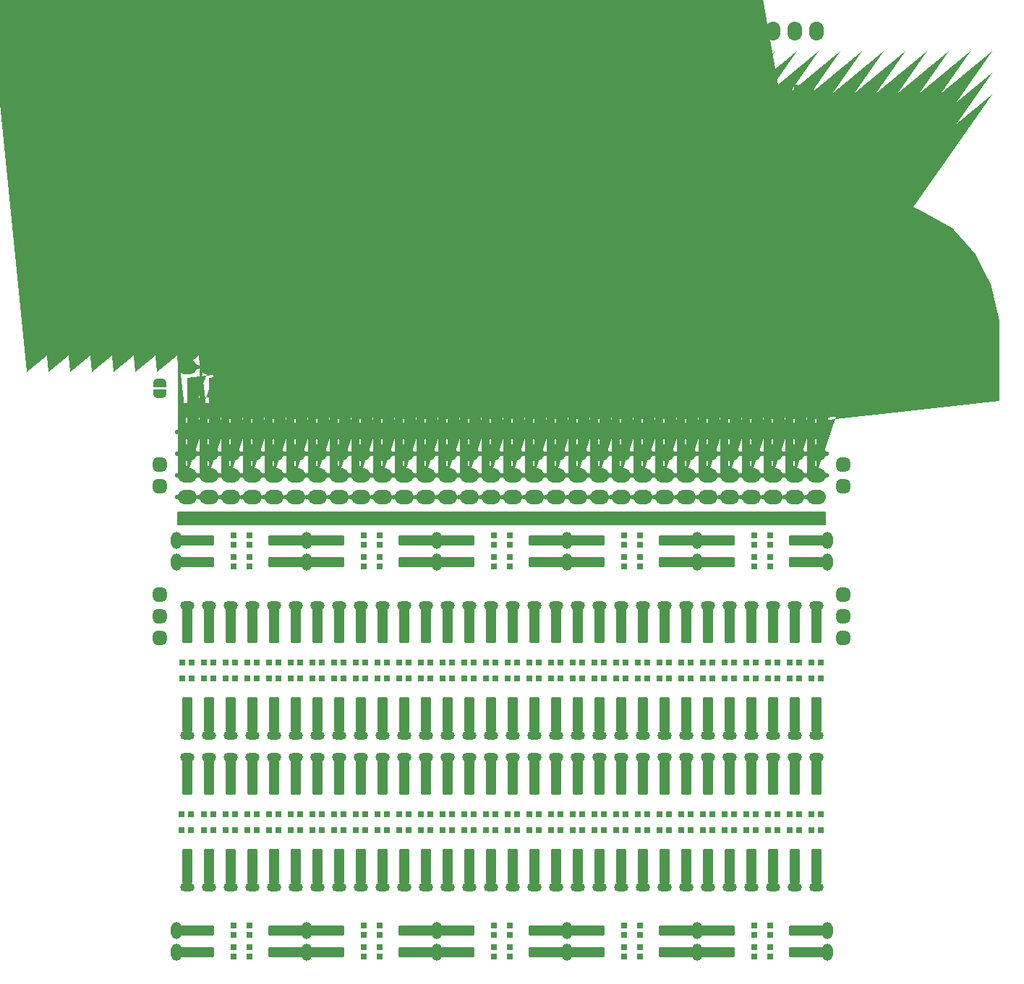
<source format=gts>
%TF.GenerationSoftware,KiCad,Pcbnew,7.0.7*%
%TF.CreationDate,2023-10-12T12:03:03-07:00*%
%TF.ProjectId,JumperLUX,4a756d70-6572-44c5-9558-2e6b69636164,rev?*%
%TF.SameCoordinates,Original*%
%TF.FileFunction,Soldermask,Top*%
%TF.FilePolarity,Negative*%
%FSLAX46Y46*%
G04 Gerber Fmt 4.6, Leading zero omitted, Abs format (unit mm)*
G04 Created by KiCad (PCBNEW 7.0.7) date 2023-10-12 12:03:03*
%MOMM*%
%LPD*%
G01*
G04 APERTURE LIST*
G04 Aperture macros list*
%AMRoundRect*
0 Rectangle with rounded corners*
0 $1 Rounding radius*
0 $2 $3 $4 $5 $6 $7 $8 $9 X,Y pos of 4 corners*
0 Add a 4 corners polygon primitive as box body*
4,1,4,$2,$3,$4,$5,$6,$7,$8,$9,$2,$3,0*
0 Add four circle primitives for the rounded corners*
1,1,$1+$1,$2,$3*
1,1,$1+$1,$4,$5*
1,1,$1+$1,$6,$7*
1,1,$1+$1,$8,$9*
0 Add four rect primitives between the rounded corners*
20,1,$1+$1,$2,$3,$4,$5,0*
20,1,$1+$1,$4,$5,$6,$7,0*
20,1,$1+$1,$6,$7,$8,$9,0*
20,1,$1+$1,$8,$9,$2,$3,0*%
%AMFreePoly0*
4,1,39,0.250000,0.845344,0.338849,0.845344,0.512664,0.808398,0.675000,0.736122,0.818761,0.631673,0.937664,0.499617,1.026514,0.345726,1.081425,0.176725,1.100000,0.000000,1.081425,-0.176725,1.026514,-0.345726,0.937664,-0.499617,0.818761,-0.631673,0.675000,-0.736122,0.512664,-0.808398,0.338849,-0.845344,0.250000,-0.845344,0.250000,-0.850000,-0.250000,-0.850000,-0.250000,-0.845344,
-0.338849,-0.845344,-0.512664,-0.808398,-0.675000,-0.736122,-0.818761,-0.631673,-0.937664,-0.499617,-1.026514,-0.345726,-1.081425,-0.176725,-1.100000,0.000000,-1.081425,0.176725,-1.026514,0.345726,-0.937664,0.499617,-0.818761,0.631673,-0.675000,0.736122,-0.512664,0.808398,-0.338849,0.845344,-0.250000,0.845344,-0.250000,0.850000,0.250000,0.850000,0.250000,0.845344,0.250000,0.845344,
$1*%
%AMFreePoly1*
4,1,59,0.250000,0.845344,0.338849,0.845344,0.512664,0.808398,0.675000,0.736122,0.818761,0.631673,0.937664,0.499617,1.012030,0.370812,1.075002,0.307840,1.175960,0.250000,1.210000,0.250000,1.305671,0.230970,1.386777,0.176777,1.440970,0.095671,1.460000,0.000000,1.440970,-0.095671,1.386777,-0.176777,1.305671,-0.230970,1.210000,-0.250000,1.175960,-0.250000,1.075002,-0.307840,
1.012030,-0.370812,0.937664,-0.499617,0.818761,-0.631673,0.675000,-0.736122,0.512664,-0.808398,0.338849,-0.845344,0.250000,-0.845344,0.250000,-0.850000,-0.250000,-0.850000,-0.250000,-0.845344,-0.338849,-0.845344,-0.512664,-0.808398,-0.675000,-0.736122,-0.818761,-0.631673,-0.937664,-0.499617,-1.012030,-0.370812,-1.075001,-0.307840,-1.175960,-0.250000,-1.210000,-0.250000,-1.305671,-0.230970,
-1.386777,-0.176777,-1.440970,-0.095671,-1.460000,0.000000,-1.440970,0.095671,-1.386777,0.176777,-1.305671,0.230970,-1.210000,0.250000,-1.175960,0.250000,-1.075001,0.307840,-1.012030,0.370812,-0.937664,0.499617,-0.818761,0.631673,-0.675000,0.736122,-0.512664,0.808398,-0.338849,0.845344,-0.250000,0.845344,-0.250000,0.850000,0.250000,0.850000,0.250000,0.845344,0.250000,0.845344,
$1*%
%AMFreePoly2*
4,1,19,0.500000,-0.750000,0.000000,-0.750000,0.000000,-0.744911,-0.071157,-0.744911,-0.207708,-0.704816,-0.327430,-0.627875,-0.420627,-0.520320,-0.479746,-0.390866,-0.500000,-0.250000,-0.500000,0.250000,-0.479746,0.390866,-0.420627,0.520320,-0.327430,0.627875,-0.207708,0.704816,-0.071157,0.744911,0.000000,0.744911,0.000000,0.750000,0.500000,0.750000,0.500000,-0.750000,0.500000,-0.750000,
$1*%
%AMFreePoly3*
4,1,19,0.000000,0.744911,0.071157,0.744911,0.207708,0.704816,0.327430,0.627875,0.420627,0.520320,0.479746,0.390866,0.500000,0.250000,0.500000,-0.250000,0.479746,-0.390866,0.420627,-0.520320,0.327430,-0.627875,0.207708,-0.704816,0.071157,-0.744911,0.000000,-0.744911,0.000000,-0.750000,-0.500000,-0.750000,-0.500000,0.750000,0.000000,0.750000,0.000000,0.744911,0.000000,0.744911,
$1*%
%AMFreePoly4*
4,1,49,0.250000,0.845344,0.338849,0.845344,0.512664,0.808398,0.675000,0.736122,0.818761,0.631673,0.937664,0.499617,1.012030,0.370812,1.075002,0.307840,1.175960,0.250000,1.210000,0.250000,1.305671,0.230970,1.386777,0.176777,1.440970,0.095671,1.460000,0.000000,1.440970,-0.095671,1.386777,-0.176777,1.305671,-0.230970,1.210000,-0.250000,1.175960,-0.250000,1.075002,-0.307840,
1.012030,-0.370812,0.937664,-0.499617,0.818761,-0.631673,0.675000,-0.736122,0.512664,-0.808398,0.338849,-0.845344,0.250000,-0.845344,0.250000,-0.850000,-0.250000,-0.850000,-0.250000,-0.845344,-0.338849,-0.845344,-0.512664,-0.808398,-0.675000,-0.736122,-0.818761,-0.631673,-0.937664,-0.499617,-1.026514,-0.345726,-1.081425,-0.176725,-1.100000,0.000000,-1.081425,0.176725,-1.026514,0.345726,
-0.937664,0.499617,-0.818761,0.631673,-0.675000,0.736122,-0.512664,0.808398,-0.338849,0.845344,-0.250000,0.845344,-0.250000,0.850000,0.250000,0.850000,0.250000,0.845344,0.250000,0.845344,$1*%
%AMFreePoly5*
4,1,49,0.250000,0.845344,0.338849,0.845344,0.512664,0.808398,0.675000,0.736122,0.818761,0.631673,0.937664,0.499617,1.026514,0.345726,1.081425,0.176725,1.100000,0.000000,1.081425,-0.176725,1.026514,-0.345726,0.937664,-0.499617,0.818761,-0.631673,0.675000,-0.736122,0.512664,-0.808398,0.338849,-0.845344,0.250000,-0.845344,0.250000,-0.850000,-0.250000,-0.850000,-0.250000,-0.845344,
-0.338849,-0.845344,-0.512664,-0.808398,-0.675000,-0.736122,-0.818761,-0.631673,-0.937664,-0.499617,-1.012030,-0.370812,-1.075001,-0.307840,-1.175960,-0.250000,-1.210000,-0.250000,-1.305671,-0.230970,-1.386777,-0.176777,-1.440970,-0.095671,-1.460000,0.000000,-1.440970,0.095671,-1.386777,0.176777,-1.305671,0.230970,-1.210000,0.250000,-1.175960,0.250000,-1.075001,0.307840,-1.012030,0.370812,
-0.937664,0.499617,-0.818761,0.631673,-0.675000,0.736122,-0.512664,0.808398,-0.338849,0.845344,-0.250000,0.845344,-0.250000,0.850000,0.250000,0.850000,0.250000,0.845344,0.250000,0.845344,$1*%
G04 Aperture macros list end*
%ADD10C,0.150000*%
%ADD11C,0.500000*%
%ADD12R,0.700000X0.700000*%
%ADD13FreePoly0,270.000000*%
%ADD14RoundRect,0.595000X-0.255000X-0.255000X0.255000X-0.255000X0.255000X0.255000X-0.255000X0.255000X0*%
%ADD15FreePoly1,90.000000*%
%ADD16FreePoly2,90.000000*%
%ADD17FreePoly3,90.000000*%
%ADD18FreePoly4,270.000000*%
%ADD19RoundRect,0.062500X-0.220971X-0.309359X0.309359X0.220971X0.220971X0.309359X-0.309359X-0.220971X0*%
%ADD20RoundRect,0.062500X2.165515X-2.253903X2.253903X-2.165515X-2.165515X2.253903X-2.253903X2.165515X0*%
%ADD21RoundRect,0.062500X1.988738X-2.077126X2.077126X-1.988738X-1.988738X2.077126X-2.077126X1.988738X0*%
%ADD22RoundRect,0.062500X1.811961X-1.900349X1.900349X-1.811961X-1.811961X1.900349X-1.900349X1.811961X0*%
%ADD23RoundRect,0.062500X1.635184X-1.723573X1.723573X-1.635184X-1.635184X1.723573X-1.723573X1.635184X0*%
%ADD24RoundRect,0.062500X1.458408X-1.546796X1.546796X-1.458408X-1.458408X1.546796X-1.546796X1.458408X0*%
%ADD25RoundRect,0.062500X1.281631X-1.370019X1.370019X-1.281631X-1.281631X1.370019X-1.370019X1.281631X0*%
%ADD26RoundRect,0.062500X1.104854X-1.193243X1.193243X-1.104854X-1.104854X1.193243X-1.193243X1.104854X0*%
%ADD27RoundRect,0.062500X0.928078X-1.016466X1.016466X-0.928078X-0.928078X1.016466X-1.016466X0.928078X0*%
%ADD28RoundRect,0.062500X0.751301X-0.839689X0.839689X-0.751301X-0.751301X0.839689X-0.839689X0.751301X0*%
%ADD29RoundRect,0.062500X0.574524X-0.662913X0.662913X-0.574524X-0.574524X0.662913X-0.662913X0.574524X0*%
%ADD30RoundRect,0.062500X0.397748X-0.486136X0.486136X-0.397748X-0.397748X0.486136X-0.486136X0.397748X0*%
%ADD31RoundRect,0.062500X0.220971X-0.309359X0.309359X-0.220971X-0.220971X0.309359X-0.309359X0.220971X0*%
%ADD32RoundRect,0.062500X-0.397748X-0.486136X0.486136X0.397748X0.397748X0.486136X-0.486136X-0.397748X0*%
%ADD33RoundRect,0.062500X-0.574524X-0.662913X0.662913X0.574524X0.574524X0.662913X-0.662913X-0.574524X0*%
%ADD34RoundRect,0.062500X-0.751301X-0.839689X0.839689X0.751301X0.751301X0.839689X-0.839689X-0.751301X0*%
%ADD35RoundRect,0.062500X-0.928078X-1.016466X1.016466X0.928078X0.928078X1.016466X-1.016466X-0.928078X0*%
%ADD36RoundRect,0.062500X-1.104854X-1.193243X1.193243X1.104854X1.104854X1.193243X-1.193243X-1.104854X0*%
%ADD37RoundRect,0.062500X-1.281631X-1.370019X1.370019X1.281631X1.281631X1.370019X-1.370019X-1.281631X0*%
%ADD38RoundRect,0.062500X-1.458408X-1.546796X1.546796X1.458408X1.458408X1.546796X-1.546796X-1.458408X0*%
%ADD39RoundRect,0.062500X-1.635184X-1.723573X1.723573X1.635184X1.635184X1.723573X-1.723573X-1.635184X0*%
%ADD40RoundRect,0.062500X-1.811961X-1.900349X1.900349X1.811961X1.811961X1.900349X-1.900349X-1.811961X0*%
%ADD41RoundRect,0.062500X-1.988738X-2.077126X2.077126X1.988738X1.988738X2.077126X-2.077126X-1.988738X0*%
%ADD42RoundRect,0.062500X-2.165515X-2.253903X2.253903X2.165515X2.165515X2.253903X-2.253903X-2.165515X0*%
%ADD43FreePoly5,90.000000*%
%ADD44FreePoly2,270.000000*%
%ADD45FreePoly3,270.000000*%
%ADD46RoundRect,0.087500X-0.287262X-0.411006X0.411006X0.287262X0.287262X0.411006X-0.411006X-0.287262X0*%
%ADD47RoundRect,0.087500X2.894718X-3.018462X3.018462X-2.894718X-2.894718X3.018462X-3.018462X2.894718X0*%
%ADD48RoundRect,0.087500X2.664909X-2.788652X2.788652X-2.664909X-2.664909X2.788652X-2.788652X2.664909X0*%
%ADD49RoundRect,0.087500X2.435099X-2.558843X2.558843X-2.435099X-2.435099X2.558843X-2.558843X2.435099X0*%
%ADD50RoundRect,0.087500X2.205289X-2.329033X2.329033X-2.205289X-2.205289X2.329033X-2.329033X2.205289X0*%
%ADD51RoundRect,0.087500X1.975480X-2.099223X2.099223X-1.975480X-1.975480X2.099223X-2.099223X1.975480X0*%
%ADD52RoundRect,0.087500X1.745670X-1.869414X1.869414X-1.745670X-1.745670X1.869414X-1.869414X1.745670X0*%
%ADD53RoundRect,0.087500X1.515860X-1.639604X1.639604X-1.515860X-1.515860X1.639604X-1.639604X1.515860X0*%
%ADD54RoundRect,0.087500X1.286050X-1.409794X1.409794X-1.286050X-1.286050X1.409794X-1.409794X1.286050X0*%
%ADD55RoundRect,0.087500X1.056241X-1.179984X1.179984X-1.056241X-1.056241X1.179984X-1.179984X1.056241X0*%
%ADD56RoundRect,0.087500X0.826431X-0.950175X0.950175X-0.826431X-0.826431X0.950175X-0.950175X0.826431X0*%
%ADD57RoundRect,0.087500X0.596621X-0.720365X0.720365X-0.596621X-0.596621X0.720365X-0.720365X0.596621X0*%
%ADD58RoundRect,0.087500X0.366812X-0.490555X0.490555X-0.366812X-0.366812X0.490555X-0.490555X0.366812X0*%
%ADD59RoundRect,0.087500X0.167938X-0.291682X0.291682X-0.167938X-0.167938X0.291682X-0.291682X0.167938X0*%
%ADD60RoundRect,0.087500X-0.167938X-0.291682X0.291682X0.167938X0.167938X0.291682X-0.291682X-0.167938X0*%
%ADD61RoundRect,0.087500X-0.366812X-0.490555X0.490555X0.366812X0.366812X0.490555X-0.490555X-0.366812X0*%
%ADD62RoundRect,0.087500X-0.596621X-0.720365X0.720365X0.596621X0.596621X0.720365X-0.720365X-0.596621X0*%
%ADD63RoundRect,0.087500X-0.826431X-0.950175X0.950175X0.826431X0.826431X0.950175X-0.950175X-0.826431X0*%
%ADD64RoundRect,0.087500X-1.056241X-1.179984X1.179984X1.056241X1.056241X1.179984X-1.179984X-1.056241X0*%
%ADD65RoundRect,0.087500X-1.286050X-1.409794X1.409794X1.286050X1.286050X1.409794X-1.409794X-1.286050X0*%
%ADD66RoundRect,0.087500X-1.515860X-1.639604X1.639604X1.515860X1.515860X1.639604X-1.639604X-1.515860X0*%
%ADD67RoundRect,0.087500X-1.745670X-1.869414X1.869414X1.745670X1.745670X1.869414X-1.869414X-1.745670X0*%
%ADD68RoundRect,0.087500X-1.975480X-2.099223X2.099223X1.975480X1.975480X2.099223X-2.099223X-1.975480X0*%
%ADD69RoundRect,0.087500X-2.205289X-2.329033X2.329033X2.205289X2.205289X2.329033X-2.329033X-2.205289X0*%
%ADD70RoundRect,0.087500X-2.435099X-2.558843X2.558843X2.435099X2.435099X2.558843X-2.558843X-2.435099X0*%
%ADD71RoundRect,0.087500X-2.664909X-2.788652X2.788652X2.664909X2.664909X2.788652X-2.788652X-2.664909X0*%
%ADD72RoundRect,0.087500X-2.894718X-3.018462X3.018462X2.894718X2.894718X3.018462X-3.018462X-2.894718X0*%
%ADD73RoundRect,0.087500X0.411006X-0.287262X-0.287262X0.411006X-0.411006X0.287262X0.287262X-0.411006X0*%
%ADD74RoundRect,0.087500X0.287262X-0.411006X0.411006X-0.287262X-0.287262X0.411006X-0.411006X0.287262X0*%
%ADD75RoundRect,0.050000X-0.238649X-0.309359X0.309359X0.238649X0.238649X0.309359X-0.309359X-0.238649X0*%
%ADD76RoundRect,0.050000X-0.309359X-0.380070X0.380070X0.309359X0.309359X0.380070X-0.380070X-0.309359X0*%
%ADD77RoundRect,0.050000X-0.450781X-0.521491X0.521491X0.450781X0.450781X0.521491X-0.521491X-0.450781X0*%
%ADD78RoundRect,0.050000X0.238649X-0.309359X0.309359X-0.238649X-0.238649X0.309359X-0.309359X0.238649X0*%
%ADD79RoundRect,0.050000X0.309359X-0.380070X0.380070X-0.309359X-0.309359X0.380070X-0.380070X0.309359X0*%
%ADD80RoundRect,0.050000X0.450781X-0.521491X0.521491X-0.450781X-0.450781X0.521491X-0.521491X0.450781X0*%
%ADD81RoundRect,0.144000X0.000000X-2.059095X2.059095X0.000000X0.000000X2.059095X-2.059095X0.000000X0*%
%ADD82FreePoly1,270.000000*%
%ADD83FreePoly4,90.000000*%
%ADD84RoundRect,0.120000X1.880000X-0.480000X1.880000X0.480000X-1.880000X0.480000X-1.880000X-0.480000X0*%
%ADD85O,1.300000X2.000000*%
%ADD86RoundRect,0.120000X-1.880000X0.480000X-1.880000X-0.480000X1.880000X-0.480000X1.880000X0.480000X0*%
%ADD87RoundRect,0.120000X-0.480000X-1.880000X0.480000X-1.880000X0.480000X1.880000X-0.480000X1.880000X0*%
%ADD88O,1.700000X1.000000*%
%ADD89RoundRect,0.125000X0.125000X-2.510250X0.125000X2.510250X-0.125000X2.510250X-0.125000X-2.510250X0*%
%ADD90RoundRect,0.087500X0.087500X-2.547750X0.087500X2.547750X-0.087500X2.547750X-0.087500X-2.547750X0*%
%ADD91RoundRect,0.137500X-0.380070X-0.574524X0.574524X0.380070X0.380070X0.574524X-0.574524X-0.380070X0*%
%ADD92RoundRect,0.137500X3.482501X-3.676955X3.676955X-3.482501X-3.482501X3.676955X-3.676955X3.482501X0*%
%ADD93RoundRect,0.137500X3.199658X-3.394113X3.394113X-3.199658X-3.199658X3.394113X-3.394113X3.199658X0*%
%ADD94RoundRect,0.137500X2.916815X-3.111270X3.111270X-2.916815X-2.916815X3.111270X-3.111270X2.916815X0*%
%ADD95RoundRect,0.137500X2.633973X-2.828427X2.828427X-2.633973X-2.633973X2.828427X-2.828427X2.633973X0*%
%ADD96RoundRect,0.137500X2.351130X-2.545584X2.545584X-2.351130X-2.351130X2.545584X-2.545584X2.351130X0*%
%ADD97RoundRect,0.137500X2.068287X-2.262742X2.262742X-2.068287X-2.068287X2.262742X-2.262742X2.068287X0*%
%ADD98RoundRect,0.137500X1.785445X-1.979899X1.979899X-1.785445X-1.785445X1.979899X-1.979899X1.785445X0*%
%ADD99RoundRect,0.137500X1.502602X-1.697056X1.697056X-1.502602X-1.502602X1.697056X-1.697056X1.502602X0*%
%ADD100RoundRect,0.137500X1.219759X-1.414214X1.414214X-1.219759X-1.219759X1.414214X-1.414214X1.219759X0*%
%ADD101RoundRect,0.137500X0.936916X-1.131371X1.131371X-0.936916X-0.936916X1.131371X-1.131371X0.936916X0*%
%ADD102RoundRect,0.137500X0.654074X-0.848528X0.848528X-0.654074X-0.654074X0.848528X-0.848528X0.654074X0*%
%ADD103RoundRect,0.137500X0.371231X-0.565685X0.565685X-0.371231X-0.371231X0.565685X-0.565685X0.371231X0*%
%ADD104RoundRect,0.137500X-0.371231X-0.565685X0.565685X0.371231X0.371231X0.565685X-0.565685X-0.371231X0*%
%ADD105RoundRect,0.137500X-0.654074X-0.848528X0.848528X0.654074X0.654074X0.848528X-0.848528X-0.654074X0*%
%ADD106RoundRect,0.137500X-0.936916X-1.131371X1.131371X0.936916X0.936916X1.131371X-1.131371X-0.936916X0*%
%ADD107RoundRect,0.137500X-1.219759X-1.414214X1.414214X1.219759X1.219759X1.414214X-1.414214X-1.219759X0*%
%ADD108RoundRect,0.137500X-1.502602X-1.697056X1.697056X1.502602X1.502602X1.697056X-1.697056X-1.502602X0*%
%ADD109RoundRect,0.137500X-1.785445X-1.979899X1.979899X1.785445X1.785445X1.979899X-1.979899X-1.785445X0*%
%ADD110RoundRect,0.137500X-2.068287X-2.262742X2.262742X2.068287X2.068287X2.262742X-2.262742X-2.068287X0*%
%ADD111RoundRect,0.137500X-2.351130X-2.545584X2.545584X2.351130X2.351130X2.545584X-2.545584X-2.351130X0*%
%ADD112RoundRect,0.137500X-2.633973X-2.828427X2.828427X2.633973X2.633973X2.828427X-2.828427X-2.633973X0*%
%ADD113RoundRect,0.137500X-2.916815X-3.111270X3.111270X2.916815X2.916815X3.111270X-3.111270X-2.916815X0*%
%ADD114RoundRect,0.137500X-3.199658X-3.394113X3.394113X3.199658X3.199658X3.394113X-3.394113X-3.199658X0*%
%ADD115RoundRect,0.137500X-3.482501X-3.676955X3.676955X3.482501X3.482501X3.676955X-3.676955X-3.482501X0*%
%ADD116RoundRect,0.137500X0.380070X-0.574524X0.574524X-0.380070X-0.380070X0.574524X-0.574524X0.380070X0*%
%ADD117FreePoly5,270.000000*%
%ADD118FreePoly0,90.000000*%
G04 APERTURE END LIST*
D10*
X65608200Y-132588000D02*
X141376400Y-132588000D01*
X141376400Y-134035800D01*
X65608200Y-134035800D01*
X65608200Y-132588000D01*
G36*
X65608200Y-132588000D02*
G01*
X141376400Y-132588000D01*
X141376400Y-134035800D01*
X65608200Y-134035800D01*
X65608200Y-132588000D01*
G37*
D11*
%TO.C,REF\u002A\u002A*%
X140335000Y-133350000D03*
%TD*%
D12*
%TO.C,D45*%
X101643000Y-169825600D03*
X102743000Y-169825600D03*
X102743000Y-167995600D03*
X101643000Y-167995600D03*
%TD*%
D11*
%TO.C,REF\u002A\u002A*%
X125095000Y-103505000D03*
%TD*%
D12*
%TO.C,D71*%
X134900000Y-184700000D03*
X134900000Y-183600000D03*
X133070000Y-183600000D03*
X133070000Y-184700000D03*
%TD*%
%TO.C,D89*%
X134900000Y-136440000D03*
X134900000Y-135340000D03*
X133070000Y-135340000D03*
X133070000Y-136440000D03*
%TD*%
D13*
%TO.C,J17*%
X140360400Y-76200000D03*
X137820400Y-76200000D03*
X135280400Y-76200000D03*
X132740400Y-76200000D03*
X130200400Y-76200000D03*
X127660400Y-76200000D03*
X125120400Y-76200000D03*
X122580400Y-76200000D03*
X120040400Y-76200000D03*
X117500400Y-76200000D03*
X114960400Y-76200000D03*
X112420400Y-76200000D03*
X109880400Y-76200000D03*
X107340400Y-76200000D03*
X104800400Y-76200000D03*
X102260400Y-76200000D03*
X99720400Y-76200000D03*
X97180400Y-76200000D03*
X94640400Y-76200000D03*
X92100400Y-76200000D03*
X89560400Y-76200000D03*
X87020400Y-76200000D03*
X84480400Y-76200000D03*
X81940400Y-76200000D03*
X79400400Y-76200000D03*
X76860400Y-76200000D03*
X74320400Y-76200000D03*
X71780400Y-76200000D03*
X69240400Y-76200000D03*
X66700400Y-76200000D03*
%TD*%
D11*
%TO.C,REF\u002A\u002A*%
X113665000Y-103505000D03*
%TD*%
%TO.C,REF\u002A\u002A*%
X67945000Y-133350000D03*
%TD*%
%TO.C,REF\u002A\u002A*%
X100965000Y-103505000D03*
%TD*%
D12*
%TO.C,D32*%
X68606400Y-169823800D03*
X69706400Y-169823800D03*
X69706400Y-167993800D03*
X68606400Y-167993800D03*
%TD*%
D11*
%TO.C,REF\u002A\u002A*%
X102235000Y-103505000D03*
%TD*%
D12*
%TO.C,D77*%
X89180000Y-182160000D03*
X89180000Y-181060000D03*
X87350000Y-181060000D03*
X87350000Y-182160000D03*
%TD*%
D11*
%TO.C,REF\u002A\u002A*%
X107315000Y-133350000D03*
%TD*%
%TO.C,REF\u002A\u002A*%
X137795000Y-133350000D03*
%TD*%
D14*
%TO.C,TP25*%
X63500000Y-106680000D03*
%TD*%
D11*
%TO.C,REF\u002A\u002A*%
X98425000Y-133350000D03*
%TD*%
D12*
%TO.C,D40*%
X88926400Y-169823800D03*
X90026400Y-169823800D03*
X90026400Y-167993800D03*
X88926400Y-167993800D03*
%TD*%
%TO.C,D83*%
X89180000Y-138980000D03*
X89180000Y-137880000D03*
X87350000Y-137880000D03*
X87350000Y-138980000D03*
%TD*%
D11*
%TO.C,REF\u002A\u002A*%
X92075000Y-103505000D03*
%TD*%
D15*
%TO.C,J2*%
X66675000Y-107950001D03*
X69215000Y-107950001D03*
X71755000Y-107950001D03*
X74295000Y-107950001D03*
X76835000Y-107950001D03*
X79375000Y-107950001D03*
X81915000Y-107950001D03*
X84455000Y-107950001D03*
X86995000Y-107950001D03*
X89535000Y-107950001D03*
X92075000Y-107950001D03*
X94615000Y-107950001D03*
X97155000Y-107950001D03*
X99695000Y-107950001D03*
X102235000Y-107950001D03*
X104775000Y-107950001D03*
X107315000Y-107950001D03*
X109855000Y-107950001D03*
X112395000Y-107950001D03*
X114935000Y-107950001D03*
X117475000Y-107950001D03*
X120015000Y-107950001D03*
X122555000Y-107950001D03*
X125095000Y-107950001D03*
X127635000Y-107950001D03*
X130175000Y-107950001D03*
X132715000Y-107950001D03*
X135255000Y-107950001D03*
X137795000Y-107950001D03*
X140335000Y-107950001D03*
%TD*%
D11*
%TO.C,REF\u002A\u002A*%
X137795000Y-103505000D03*
%TD*%
%TO.C,REF\u002A\u002A*%
X102235000Y-133350000D03*
%TD*%
D16*
%TO.C,JP1*%
X143510000Y-118760000D03*
D17*
X143510000Y-117460000D03*
%TD*%
D12*
%TO.C,D44*%
X99103000Y-169825600D03*
X100203000Y-169825600D03*
X100203000Y-167995600D03*
X99103000Y-167995600D03*
%TD*%
%TO.C,D84*%
X89180000Y-136440000D03*
X89180000Y-135340000D03*
X87350000Y-135340000D03*
X87350000Y-136440000D03*
%TD*%
D14*
%TO.C,TP24*%
X143510000Y-106680000D03*
%TD*%
D18*
%TO.C,J6*%
X140335000Y-120650000D03*
X137795000Y-120650000D03*
X135255000Y-120650000D03*
X132715000Y-120650000D03*
X130175000Y-120650000D03*
X127635000Y-120650000D03*
X125095000Y-120650000D03*
X122555000Y-120650000D03*
X120015000Y-120650000D03*
X117475000Y-120650000D03*
X114935000Y-120650000D03*
X112395000Y-120650000D03*
X109855000Y-120650000D03*
X107315000Y-120650000D03*
X104775000Y-120650000D03*
X102235000Y-120650000D03*
X99695000Y-120650000D03*
X97155000Y-120650000D03*
X94615000Y-120650000D03*
X92075000Y-120650000D03*
X89535000Y-120650000D03*
X86995000Y-120650000D03*
X84455000Y-120650000D03*
X81915000Y-120650000D03*
X79375000Y-120650000D03*
X76835000Y-120650000D03*
X74295000Y-120650000D03*
X71755000Y-120650000D03*
X69215000Y-120650000D03*
X66675000Y-120650000D03*
%TD*%
D12*
%TO.C,D56*%
X129607400Y-169824400D03*
X130707400Y-169824400D03*
X130707400Y-167994400D03*
X129607400Y-167994400D03*
%TD*%
%TO.C,D13*%
X96612800Y-152045600D03*
X97712800Y-152045600D03*
X97712800Y-150215600D03*
X96612800Y-150215600D03*
%TD*%
D11*
%TO.C,REF\u002A\u002A*%
X140335000Y-103505000D03*
%TD*%
D12*
%TO.C,D27*%
X132180600Y-152044400D03*
X133280600Y-152044400D03*
X133280600Y-150214400D03*
X132180600Y-150214400D03*
%TD*%
D11*
%TO.C,REF\u002A\u002A*%
X123825000Y-133350000D03*
%TD*%
D12*
%TO.C,D4*%
X73736200Y-152045000D03*
X74836200Y-152045000D03*
X74836200Y-150215000D03*
X73736200Y-150215000D03*
%TD*%
%TO.C,D2*%
X68656200Y-152045000D03*
X69756200Y-152045000D03*
X69756200Y-150215000D03*
X68656200Y-150215000D03*
%TD*%
%TO.C,D16*%
X104232800Y-152045600D03*
X105332800Y-152045600D03*
X105332800Y-150215600D03*
X104232800Y-150215600D03*
%TD*%
D11*
%TO.C,REF\u002A\u002A*%
X85725000Y-103505000D03*
%TD*%
D12*
%TO.C,D55*%
X127067400Y-169824400D03*
X128167400Y-169824400D03*
X128167400Y-167994400D03*
X127067400Y-167994400D03*
%TD*%
D19*
%TO.C,J12*%
X78446730Y-89058449D03*
X78800283Y-89412002D03*
X79153837Y-89765556D03*
X79507390Y-90119109D03*
X79860944Y-90472662D03*
X80214497Y-90826216D03*
X80568050Y-91179769D03*
X80921604Y-91533323D03*
X81275157Y-91886876D03*
X81628711Y-92240429D03*
X81982264Y-92593983D03*
X82335817Y-92947536D03*
X82689371Y-93301090D03*
X83042924Y-93654643D03*
D20*
X82070652Y-91710099D03*
X82424206Y-91356546D03*
X82777759Y-91002993D03*
D21*
X83308089Y-90826216D03*
D22*
X83838419Y-90649439D03*
D23*
X84368749Y-90472662D03*
D24*
X84899079Y-90295886D03*
D25*
X85429409Y-90119109D03*
D26*
X85959740Y-89942332D03*
D27*
X86490070Y-89765556D03*
D28*
X87020400Y-89588779D03*
D29*
X87550730Y-89412002D03*
D30*
X88081060Y-89235226D03*
D31*
X88611390Y-89058449D03*
D19*
X88611390Y-88086177D03*
D32*
X88081060Y-87909400D03*
D33*
X87550730Y-87732624D03*
D34*
X87020400Y-87555847D03*
D35*
X86490070Y-87379070D03*
D36*
X85959740Y-87202294D03*
D37*
X85429409Y-87025517D03*
D38*
X84899079Y-86848740D03*
D39*
X84368749Y-86671964D03*
D40*
X83838419Y-86495187D03*
D41*
X83308089Y-86318410D03*
D42*
X82777759Y-86141633D03*
X82424206Y-85788080D03*
X82070652Y-85434527D03*
D31*
X83042924Y-83489983D03*
X82689371Y-83843536D03*
X82335817Y-84197090D03*
X81982264Y-84550643D03*
X81628711Y-84904197D03*
X81275157Y-85257750D03*
X80921604Y-85611303D03*
X80568050Y-85964857D03*
X80214497Y-86318410D03*
X79860944Y-86671964D03*
X79507390Y-87025517D03*
X79153837Y-87379070D03*
X78800283Y-87732624D03*
X78446730Y-88086177D03*
%TD*%
D12*
%TO.C,D82*%
X73940000Y-138980000D03*
X73940000Y-137880000D03*
X72110000Y-137880000D03*
X72110000Y-138980000D03*
%TD*%
D11*
%TO.C,REF\u002A\u002A*%
X86995000Y-133350000D03*
%TD*%
D43*
%TO.C,J1*%
X66675000Y-105410000D03*
X69215000Y-105410000D03*
X71755000Y-105410000D03*
X74295000Y-105410000D03*
X76835000Y-105410000D03*
X79375000Y-105410000D03*
X81915000Y-105410000D03*
X84455000Y-105410000D03*
X86995000Y-105410000D03*
X89535000Y-105410000D03*
X92075000Y-105410000D03*
X94615000Y-105410000D03*
X97155000Y-105410000D03*
X99695000Y-105410000D03*
X102235000Y-105410000D03*
X104775000Y-105410000D03*
X107315000Y-105410000D03*
X109855000Y-105410000D03*
X112395000Y-105410000D03*
X114935000Y-105410000D03*
X117475000Y-105410000D03*
X120015000Y-105410000D03*
X122555000Y-105410000D03*
X125095000Y-105410000D03*
X127635000Y-105410000D03*
X130175000Y-105410000D03*
X132715000Y-105410000D03*
X135255000Y-105410000D03*
X137795000Y-105410000D03*
X140335000Y-105410000D03*
%TD*%
D11*
%TO.C,REF\u002A\u002A*%
X98425000Y-103505000D03*
%TD*%
%TO.C,REF\u002A\u002A*%
X92075000Y-133350000D03*
%TD*%
%TO.C,REF\u002A\u002A*%
X89535000Y-103505000D03*
%TD*%
%TO.C,REF\u002A\u002A*%
X112395000Y-133350000D03*
%TD*%
D12*
%TO.C,D78*%
X89180000Y-184700000D03*
X89180000Y-183600000D03*
X87350000Y-183600000D03*
X87350000Y-184700000D03*
%TD*%
D11*
%TO.C,REF\u002A\u002A*%
X83185000Y-103505000D03*
%TD*%
D12*
%TO.C,D86*%
X104420000Y-138980000D03*
X104420000Y-137880000D03*
X102590000Y-137880000D03*
X102590000Y-138980000D03*
%TD*%
%TO.C,D76*%
X104420000Y-182160000D03*
X104420000Y-181060000D03*
X102590000Y-181060000D03*
X102590000Y-182160000D03*
%TD*%
%TO.C,D54*%
X124527400Y-169824400D03*
X125627400Y-169824400D03*
X125627400Y-167994400D03*
X124527400Y-167994400D03*
%TD*%
%TO.C,D31*%
X66058600Y-169823800D03*
X67158600Y-169823800D03*
X67158600Y-167993800D03*
X66058600Y-167993800D03*
%TD*%
D11*
%TO.C,REF\u002A\u002A*%
X130175000Y-133350000D03*
%TD*%
D12*
%TO.C,D23*%
X122020600Y-152044400D03*
X123120600Y-152044400D03*
X123120600Y-150214400D03*
X122020600Y-150214400D03*
%TD*%
%TO.C,D38*%
X83846400Y-169823800D03*
X84946400Y-169823800D03*
X84946400Y-167993800D03*
X83846400Y-167993800D03*
%TD*%
D11*
%TO.C,REF\u002A\u002A*%
X66675000Y-133350000D03*
%TD*%
%TO.C,REF\u002A\u002A*%
X117475000Y-103505000D03*
%TD*%
%TO.C,REF\u002A\u002A*%
X65405000Y-103505000D03*
%TD*%
D14*
%TO.C,TP16*%
X63500000Y-144780000D03*
%TD*%
D11*
%TO.C,REF\u002A\u002A*%
X128905000Y-133350000D03*
%TD*%
%TO.C,REF\u002A\u002A*%
X89535000Y-133350000D03*
%TD*%
%TO.C,REF\u002A\u002A*%
X84455000Y-103505000D03*
%TD*%
%TO.C,REF\u002A\u002A*%
X130175000Y-103505000D03*
%TD*%
D12*
%TO.C,D43*%
X96563000Y-169825600D03*
X97663000Y-169825600D03*
X97663000Y-167995600D03*
X96563000Y-167995600D03*
%TD*%
D11*
%TO.C,REF\u002A\u002A*%
X73025000Y-133350000D03*
%TD*%
D12*
%TO.C,D90*%
X134900000Y-138980000D03*
X134900000Y-137880000D03*
X133070000Y-137880000D03*
X133070000Y-138980000D03*
%TD*%
%TO.C,D29*%
X137260600Y-152044400D03*
X138360600Y-152044400D03*
X138360600Y-150214400D03*
X137260600Y-150214400D03*
%TD*%
D11*
%TO.C,REF\u002A\u002A*%
X106045000Y-103505000D03*
%TD*%
D12*
%TO.C,D80*%
X73939400Y-182160000D03*
X73939400Y-181060000D03*
X72109400Y-181060000D03*
X72109400Y-182160000D03*
%TD*%
D11*
%TO.C,REF\u002A\u002A*%
X121285000Y-103505000D03*
%TD*%
D44*
%TO.C,JP2*%
X63499999Y-117444999D03*
D45*
X63499999Y-118744999D03*
%TD*%
D11*
%TO.C,REF\u002A\u002A*%
X114935000Y-133350000D03*
%TD*%
D12*
%TO.C,D34*%
X73686400Y-169823800D03*
X74786400Y-169823800D03*
X74786400Y-167993800D03*
X73686400Y-167993800D03*
%TD*%
%TO.C,D37*%
X81306400Y-169823800D03*
X82406400Y-169823800D03*
X82406400Y-167993800D03*
X81306400Y-167993800D03*
%TD*%
D11*
%TO.C,REF\u002A\u002A*%
X79375000Y-103505000D03*
%TD*%
%TO.C,REF\u002A\u002A*%
X113665000Y-133350000D03*
%TD*%
%TO.C,REF\u002A\u002A*%
X99695000Y-103505000D03*
%TD*%
%TO.C,REF\u002A\u002A*%
X83185000Y-133350000D03*
%TD*%
D14*
%TO.C,TP17*%
X142875000Y-88519000D03*
%TD*%
D11*
%TO.C,REF\u002A\u002A*%
X103505000Y-103505000D03*
%TD*%
%TO.C,REF\u002A\u002A*%
X127635000Y-103505000D03*
%TD*%
D14*
%TO.C,TP26*%
X143510000Y-109220000D03*
%TD*%
D46*
%TO.C,J16*%
X89560400Y-89306400D03*
X90020019Y-89766019D03*
X90479639Y-90225639D03*
X90939258Y-90685258D03*
X91398878Y-91144877D03*
X91858497Y-91604497D03*
X92318116Y-92064116D03*
X92777736Y-92523736D03*
X93237355Y-92983355D03*
X93696975Y-93442974D03*
X94156594Y-93902594D03*
X94616213Y-94362213D03*
X95075833Y-94821833D03*
X95535452Y-95281452D03*
D47*
X94006334Y-92276248D03*
X94465953Y-91816629D03*
D48*
X95155382Y-91586819D03*
D49*
X95844812Y-91357009D03*
D50*
X96534241Y-91127200D03*
D51*
X97223670Y-90897390D03*
D52*
X97913099Y-90667580D03*
D53*
X98602528Y-90437771D03*
D54*
X99291957Y-90207961D03*
D55*
X99981386Y-89978151D03*
D56*
X100670815Y-89748341D03*
D57*
X101360244Y-89518532D03*
D58*
X102049674Y-89288722D03*
D59*
X102708167Y-89027976D03*
D60*
X102708167Y-88108738D03*
D61*
X102049674Y-87847992D03*
D62*
X101360244Y-87618182D03*
D63*
X100670815Y-87388373D03*
D64*
X99981386Y-87158563D03*
D65*
X99291957Y-86928753D03*
D66*
X98602528Y-86698943D03*
D67*
X97913099Y-86469134D03*
D68*
X97223670Y-86239324D03*
D69*
X96534241Y-86009514D03*
D70*
X95844812Y-85779705D03*
D71*
X95155382Y-85549895D03*
D72*
X94465953Y-85320085D03*
X94006334Y-84860466D03*
D73*
X95535452Y-81855262D03*
X95075833Y-82314881D03*
X94616213Y-82774501D03*
D74*
X94156594Y-83234120D03*
X93696975Y-83693740D03*
X93237355Y-84153359D03*
X92777736Y-84612978D03*
X92318116Y-85072598D03*
X91858497Y-85532217D03*
X91398878Y-85991837D03*
X90939258Y-86451456D03*
X90479639Y-86911075D03*
X90020019Y-87370695D03*
X89560400Y-87830314D03*
%TD*%
D12*
%TO.C,D87*%
X119660000Y-138980000D03*
X119660000Y-137880000D03*
X117830000Y-137880000D03*
X117830000Y-138980000D03*
%TD*%
D11*
%TO.C,REF\u002A\u002A*%
X116205000Y-103505000D03*
%TD*%
%TO.C,REF\u002A\u002A*%
X69215000Y-103505000D03*
%TD*%
%TO.C,REF\u002A\u002A*%
X107315000Y-103505000D03*
%TD*%
D14*
%TO.C,TP31*%
X63500000Y-129540000D03*
%TD*%
D11*
%TO.C,REF\u002A\u002A*%
X95885000Y-103505000D03*
%TD*%
D12*
%TO.C,D14*%
X99152800Y-152045600D03*
X100252800Y-152045600D03*
X100252800Y-150215600D03*
X99152800Y-150215600D03*
%TD*%
D11*
%TO.C,REF\u002A\u002A*%
X122555000Y-103505000D03*
%TD*%
D12*
%TO.C,D85*%
X104420000Y-136440000D03*
X104420000Y-135340000D03*
X102590000Y-135340000D03*
X102590000Y-136440000D03*
%TD*%
D14*
%TO.C,TP21*%
X63500000Y-147320000D03*
%TD*%
D12*
%TO.C,D11*%
X91525000Y-152045600D03*
X92625000Y-152045600D03*
X92625000Y-150215600D03*
X91525000Y-150215600D03*
%TD*%
D11*
%TO.C,REF\u002A\u002A*%
X103505000Y-133350000D03*
%TD*%
%TO.C,REF\u002A\u002A*%
X139065000Y-133350000D03*
%TD*%
%TO.C,REF\u002A\u002A*%
X133985000Y-133350000D03*
%TD*%
D12*
%TO.C,D20*%
X114392800Y-152045600D03*
X115492800Y-152045600D03*
X115492800Y-150215600D03*
X114392800Y-150215600D03*
%TD*%
%TO.C,D26*%
X129640600Y-152044400D03*
X130740600Y-152044400D03*
X130740600Y-150214400D03*
X129640600Y-150214400D03*
%TD*%
D11*
%TO.C,REF\u002A\u002A*%
X71755000Y-133350000D03*
%TD*%
D14*
%TO.C,TP27*%
X63500000Y-109220000D03*
%TD*%
D11*
%TO.C,REF\u002A\u002A*%
X133985000Y-103505000D03*
%TD*%
%TO.C,REF\u002A\u002A*%
X88265000Y-133350000D03*
%TD*%
D12*
%TO.C,D15*%
X101692800Y-152045600D03*
X102792800Y-152045600D03*
X102792800Y-150215600D03*
X101692800Y-150215600D03*
%TD*%
D11*
%TO.C,REF\u002A\u002A*%
X117475000Y-133350000D03*
%TD*%
%TO.C,REF\u002A\u002A*%
X71755000Y-103505000D03*
%TD*%
D12*
%TO.C,D88*%
X119660000Y-136440000D03*
X119660000Y-135340000D03*
X117830000Y-135340000D03*
X117830000Y-136440000D03*
%TD*%
%TO.C,D60*%
X139767400Y-169824400D03*
X140867400Y-169824400D03*
X140867400Y-167994400D03*
X139767400Y-167994400D03*
%TD*%
D11*
%TO.C,REF\u002A\u002A*%
X90805000Y-103505000D03*
%TD*%
D12*
%TO.C,D17*%
X106772800Y-152045600D03*
X107872800Y-152045600D03*
X107872800Y-150215600D03*
X106772800Y-150215600D03*
%TD*%
%TO.C,D48*%
X109263000Y-169825600D03*
X110363000Y-169825600D03*
X110363000Y-167995600D03*
X109263000Y-167995600D03*
%TD*%
D11*
%TO.C,REF\u002A\u002A*%
X125095000Y-133350000D03*
%TD*%
D12*
%TO.C,D19*%
X111852800Y-152045600D03*
X112952800Y-152045600D03*
X112952800Y-150215600D03*
X111852800Y-150215600D03*
%TD*%
%TO.C,D79*%
X73940000Y-184700000D03*
X73940000Y-183600000D03*
X72110000Y-183600000D03*
X72110000Y-184700000D03*
%TD*%
D11*
%TO.C,REF\u002A\u002A*%
X122555000Y-133350000D03*
%TD*%
%TO.C,REF\u002A\u002A*%
X135255000Y-133350000D03*
%TD*%
%TO.C,REF\u002A\u002A*%
X97155000Y-133350000D03*
%TD*%
%TO.C,REF\u002A\u002A*%
X126365000Y-103505000D03*
%TD*%
D12*
%TO.C,D39*%
X86386400Y-169823800D03*
X87486400Y-169823800D03*
X87486400Y-167993800D03*
X86386400Y-167993800D03*
%TD*%
%TO.C,D53*%
X121987400Y-169824400D03*
X123087400Y-169824400D03*
X123087400Y-167994400D03*
X121987400Y-167994400D03*
%TD*%
%TO.C,D46*%
X104183000Y-169825600D03*
X105283000Y-169825600D03*
X105283000Y-167995600D03*
X104183000Y-167995600D03*
%TD*%
%TO.C,D36*%
X78766400Y-169823800D03*
X79866400Y-169823800D03*
X79866400Y-167993800D03*
X78766400Y-167993800D03*
%TD*%
D11*
%TO.C,REF\u002A\u002A*%
X135255000Y-103505000D03*
%TD*%
%TO.C,REF\u002A\u002A*%
X78105000Y-133350000D03*
%TD*%
%TO.C,REF\u002A\u002A*%
X93345000Y-103505000D03*
%TD*%
D12*
%TO.C,D28*%
X134720600Y-152044400D03*
X135820600Y-152044400D03*
X135820600Y-150214400D03*
X134720600Y-150214400D03*
%TD*%
D11*
%TO.C,REF\u002A\u002A*%
X78105000Y-103505000D03*
%TD*%
%TO.C,REF\u002A\u002A*%
X86995000Y-103505000D03*
%TD*%
D75*
%TO.C,J14*%
X68718903Y-89179400D03*
D76*
X69072456Y-89391532D03*
D77*
X69496720Y-89532953D03*
X69779563Y-89815796D03*
X70062406Y-90098639D03*
X70345248Y-90381481D03*
X70628091Y-90664324D03*
X70910934Y-90947167D03*
X71193777Y-91230010D03*
X71476619Y-91512852D03*
X71759462Y-91795695D03*
X72042305Y-92078538D03*
D76*
X72183726Y-92502802D03*
D75*
X72395858Y-92856355D03*
D78*
X73580262Y-92856355D03*
D79*
X73792394Y-92502802D03*
D80*
X73933815Y-92078538D03*
X74216658Y-91795695D03*
X74499501Y-91512852D03*
X74782343Y-91230010D03*
X75065186Y-90947167D03*
X75348029Y-90664324D03*
X75630872Y-90381481D03*
X75913714Y-90098639D03*
X76196557Y-89815796D03*
X76479400Y-89532953D03*
D79*
X76903664Y-89391532D03*
D78*
X77257217Y-89179400D03*
D75*
X77257217Y-87994996D03*
D76*
X76903664Y-87782864D03*
D77*
X76479400Y-87641443D03*
X76196557Y-87358600D03*
X75913714Y-87075757D03*
X75630872Y-86792915D03*
X75348029Y-86510072D03*
X75065186Y-86227229D03*
X74782343Y-85944386D03*
X74499501Y-85661544D03*
X74216658Y-85378701D03*
X73933815Y-85095858D03*
D76*
X73792394Y-84671594D03*
D75*
X73580262Y-84318041D03*
D78*
X72395858Y-84318041D03*
D79*
X72183726Y-84671594D03*
D80*
X72042305Y-85095858D03*
X71759462Y-85378701D03*
X71476619Y-85661544D03*
X71193777Y-85944386D03*
X70910934Y-86227229D03*
X70628091Y-86510072D03*
X70345248Y-86792915D03*
X70062406Y-87075757D03*
X69779563Y-87358600D03*
X69496720Y-87641443D03*
D79*
X69072456Y-87782864D03*
D78*
X68718903Y-87994996D03*
D81*
X72988060Y-88587198D03*
%TD*%
D11*
%TO.C,REF\u002A\u002A*%
X94615000Y-133350000D03*
%TD*%
D14*
%TO.C,TP18*%
X142875000Y-91059000D03*
%TD*%
D11*
%TO.C,REF\u002A\u002A*%
X112395000Y-103505000D03*
%TD*%
D12*
%TO.C,D33*%
X71146400Y-169823800D03*
X72246400Y-169823800D03*
X72246400Y-167993800D03*
X71146400Y-167993800D03*
%TD*%
%TO.C,D50*%
X114350800Y-169825600D03*
X115450800Y-169825600D03*
X115450800Y-167995600D03*
X114350800Y-167995600D03*
%TD*%
%TO.C,D25*%
X127100600Y-152044400D03*
X128200600Y-152044400D03*
X128200600Y-150214400D03*
X127100600Y-150214400D03*
%TD*%
D11*
%TO.C,REF\u002A\u002A*%
X114935000Y-103505000D03*
%TD*%
%TO.C,REF\u002A\u002A*%
X104775000Y-133350000D03*
%TD*%
D12*
%TO.C,D52*%
X119447400Y-169824400D03*
X120547400Y-169824400D03*
X120547400Y-167994400D03*
X119447400Y-167994400D03*
%TD*%
D11*
%TO.C,REF\u002A\u002A*%
X131445000Y-103505000D03*
%TD*%
D12*
%TO.C,D7*%
X81356200Y-152045000D03*
X82456200Y-152045000D03*
X82456200Y-150215000D03*
X81356200Y-150215000D03*
%TD*%
%TO.C,D58*%
X134687400Y-169824400D03*
X135787400Y-169824400D03*
X135787400Y-167994400D03*
X134687400Y-167994400D03*
%TD*%
D11*
%TO.C,REF\u002A\u002A*%
X120015000Y-103505000D03*
%TD*%
D14*
%TO.C,TP23*%
X143510000Y-142240000D03*
%TD*%
D11*
%TO.C,REF\u002A\u002A*%
X132715000Y-133350000D03*
%TD*%
%TO.C,REF\u002A\u002A*%
X118745000Y-133350000D03*
%TD*%
%TO.C,REF\u002A\u002A*%
X66675000Y-103505000D03*
%TD*%
D12*
%TO.C,D18*%
X109312800Y-152045600D03*
X110412800Y-152045600D03*
X110412800Y-150215600D03*
X109312800Y-150215600D03*
%TD*%
D82*
%TO.C,J7*%
X140334999Y-123190000D03*
X137794999Y-123190000D03*
X135254999Y-123190000D03*
X132714999Y-123190000D03*
X130174999Y-123190000D03*
X127634999Y-123190000D03*
X125094999Y-123190000D03*
X122554999Y-123190000D03*
X120014999Y-123190000D03*
X117474999Y-123190000D03*
X114934999Y-123190000D03*
X112394999Y-123190000D03*
X109854999Y-123190000D03*
X107314999Y-123190000D03*
X104774999Y-123190000D03*
X102234999Y-123190000D03*
X99694999Y-123190000D03*
X97154999Y-123190000D03*
X94614999Y-123190000D03*
X92074999Y-123190000D03*
X89534999Y-123190000D03*
X86994999Y-123190000D03*
X84454999Y-123190000D03*
X81914999Y-123190000D03*
X79374999Y-123190000D03*
X76834999Y-123190000D03*
X74294999Y-123190000D03*
X71754999Y-123190000D03*
X69214999Y-123190000D03*
X66674999Y-123190000D03*
%TD*%
D12*
%TO.C,D73*%
X119660000Y-182160000D03*
X119660000Y-181060000D03*
X117830000Y-181060000D03*
X117830000Y-182160000D03*
%TD*%
%TO.C,D30*%
X139800600Y-152044400D03*
X140900600Y-152044400D03*
X140900600Y-150214400D03*
X139800600Y-150214400D03*
%TD*%
%TO.C,D3*%
X71196200Y-152045000D03*
X72296200Y-152045000D03*
X72296200Y-150215000D03*
X71196200Y-150215000D03*
%TD*%
D11*
%TO.C,REF\u002A\u002A*%
X80645000Y-103505000D03*
%TD*%
D12*
%TO.C,D9*%
X86436200Y-152045000D03*
X87536200Y-152045000D03*
X87536200Y-150215000D03*
X86436200Y-150215000D03*
%TD*%
D11*
%TO.C,REF\u002A\u002A*%
X136525000Y-103505000D03*
%TD*%
D15*
%TO.C,J3*%
X66675003Y-110490000D03*
X69215003Y-110490000D03*
X71755003Y-110490000D03*
X74295003Y-110490000D03*
X76835003Y-110490000D03*
X79375003Y-110490000D03*
X81915003Y-110490000D03*
X84455003Y-110490000D03*
X86995003Y-110490000D03*
X89535003Y-110490000D03*
X92075003Y-110490000D03*
X94615003Y-110490000D03*
X97155003Y-110490000D03*
X99695003Y-110490000D03*
X102235003Y-110490000D03*
X104775003Y-110490000D03*
X107315003Y-110490000D03*
X109855003Y-110490000D03*
X112395003Y-110490000D03*
X114935003Y-110490000D03*
X117475003Y-110490000D03*
X120015003Y-110490000D03*
X122555003Y-110490000D03*
X125095003Y-110490000D03*
X127635003Y-110490000D03*
X130175003Y-110490000D03*
X132715003Y-110490000D03*
X135255003Y-110490000D03*
X137795003Y-110490000D03*
X140335003Y-110490000D03*
%TD*%
D11*
%TO.C,REF\u002A\u002A*%
X139065000Y-103505000D03*
%TD*%
%TO.C,REF\u002A\u002A*%
X120015000Y-133350000D03*
%TD*%
%TO.C,REF\u002A\u002A*%
X123825000Y-103505000D03*
%TD*%
D12*
%TO.C,D12*%
X94072800Y-152045600D03*
X95172800Y-152045600D03*
X95172800Y-150215600D03*
X94072800Y-150215600D03*
%TD*%
D11*
%TO.C,REF\u002A\u002A*%
X128905000Y-103505000D03*
%TD*%
D12*
%TO.C,D81*%
X73940000Y-136440000D03*
X73940000Y-135340000D03*
X72110000Y-135340000D03*
X72110000Y-136440000D03*
%TD*%
D83*
%TO.C,J5*%
X66675000Y-115570000D03*
X69215000Y-115570000D03*
X71755000Y-115570000D03*
X74295000Y-115570000D03*
X76835000Y-115570000D03*
X79375000Y-115570000D03*
X81915000Y-115570000D03*
X84455000Y-115570000D03*
X86995000Y-115570000D03*
X89535000Y-115570000D03*
X92075000Y-115570000D03*
X94615000Y-115570000D03*
X97155000Y-115570000D03*
X99695000Y-115570000D03*
X102235000Y-115570000D03*
X104775000Y-115570000D03*
X107315000Y-115570000D03*
X109855000Y-115570000D03*
X112395000Y-115570000D03*
X114935000Y-115570000D03*
X117475000Y-115570000D03*
X120015000Y-115570000D03*
X122555000Y-115570000D03*
X125095000Y-115570000D03*
X127635000Y-115570000D03*
X130175000Y-115570000D03*
X132715000Y-115570000D03*
X135255000Y-115570000D03*
X137795000Y-115570000D03*
X140335000Y-115570000D03*
%TD*%
D12*
%TO.C,D21*%
X116932800Y-152044400D03*
X118032800Y-152044400D03*
X118032800Y-150214400D03*
X116932800Y-150214400D03*
%TD*%
D11*
%TO.C,REF\u002A\u002A*%
X81915000Y-133350000D03*
%TD*%
D12*
%TO.C,D51*%
X116899600Y-169824400D03*
X117999600Y-169824400D03*
X117999600Y-167994400D03*
X116899600Y-167994400D03*
%TD*%
%TO.C,D1*%
X66116200Y-152045000D03*
X67216200Y-152045000D03*
X67216200Y-150215000D03*
X66116200Y-150215000D03*
%TD*%
%TO.C,D59*%
X137227400Y-169824400D03*
X138327400Y-169824400D03*
X138327400Y-167994400D03*
X137227400Y-167994400D03*
%TD*%
D14*
%TO.C,TP28*%
X143510000Y-127000000D03*
%TD*%
D11*
%TO.C,REF\u002A\u002A*%
X99695000Y-133350000D03*
%TD*%
D14*
%TO.C,TP29*%
X63500000Y-127000000D03*
%TD*%
D84*
%TO.C,J11*%
X67805000Y-138430000D03*
D85*
X65405000Y-138430000D03*
D84*
X83045000Y-138430000D03*
D86*
X78245000Y-138430000D03*
D85*
X80645000Y-138430000D03*
X80645000Y-138430000D03*
D84*
X98285000Y-138430000D03*
D86*
X93485000Y-138430000D03*
D85*
X95885000Y-138430000D03*
X95885000Y-138430000D03*
D84*
X113525000Y-138430000D03*
D86*
X108725000Y-138430000D03*
D85*
X111125000Y-138430000D03*
X111125000Y-138430000D03*
D86*
X123965000Y-138430000D03*
D84*
X128765000Y-138430000D03*
D85*
X126365000Y-138430000D03*
X126365000Y-138430000D03*
D86*
X139205000Y-138430000D03*
D85*
X141605000Y-138430000D03*
D87*
X66675000Y-145910000D03*
D88*
X66675000Y-143510000D03*
D87*
X66675000Y-156350000D03*
D88*
X66675000Y-158750000D03*
D87*
X69215000Y-145910000D03*
D88*
X69215000Y-143510000D03*
D87*
X69215000Y-156350000D03*
D88*
X69215000Y-158750000D03*
D87*
X71755000Y-145910000D03*
D88*
X71755000Y-143510000D03*
D87*
X71755000Y-156350000D03*
D88*
X71755000Y-158750000D03*
D87*
X74295000Y-145910000D03*
D88*
X74295000Y-143510000D03*
D87*
X74295000Y-156350000D03*
D88*
X74295000Y-158750000D03*
D87*
X76835000Y-145910000D03*
D88*
X76835000Y-143510000D03*
D87*
X76835000Y-156350000D03*
D88*
X76835000Y-158750000D03*
D87*
X79375000Y-145910000D03*
D88*
X79375000Y-143510000D03*
D87*
X79375000Y-156350000D03*
D88*
X79375000Y-158750000D03*
D87*
X81915000Y-145910000D03*
D88*
X81915000Y-143510000D03*
D87*
X81915000Y-156350000D03*
D88*
X81915000Y-158750000D03*
D87*
X84455000Y-145910000D03*
D88*
X84455000Y-143510000D03*
D87*
X84455000Y-156350000D03*
D88*
X84455000Y-158750000D03*
D87*
X86995000Y-145910000D03*
D88*
X86995000Y-143510000D03*
D87*
X86995000Y-156350000D03*
D88*
X86995000Y-158750000D03*
D87*
X89535000Y-145910000D03*
D88*
X89535000Y-143510000D03*
D87*
X89535000Y-156350000D03*
D88*
X89535000Y-158750000D03*
D87*
X92075000Y-145910000D03*
D88*
X92075000Y-143510000D03*
D87*
X92075000Y-156350000D03*
D88*
X92075000Y-158750000D03*
D87*
X94615000Y-145910000D03*
D88*
X94615000Y-143510000D03*
D87*
X94615000Y-156350000D03*
D88*
X94615000Y-158750000D03*
D87*
X97155000Y-145910000D03*
D88*
X97155000Y-143510000D03*
D87*
X97155000Y-156350000D03*
D88*
X97155000Y-158750000D03*
D87*
X99695000Y-145910000D03*
D88*
X99695000Y-143510000D03*
D87*
X99695000Y-156350000D03*
D88*
X99695000Y-158750000D03*
D87*
X102235000Y-145910000D03*
D88*
X102235000Y-143510000D03*
D87*
X102235000Y-156350000D03*
D88*
X102235000Y-158750000D03*
D87*
X104775000Y-145910000D03*
D88*
X104775000Y-143510000D03*
D87*
X104775000Y-156350000D03*
D88*
X104775000Y-158750000D03*
D87*
X107315000Y-145910000D03*
D88*
X107315000Y-143510000D03*
D87*
X107315000Y-156350000D03*
D88*
X107315000Y-158750000D03*
D87*
X109855000Y-145910000D03*
D88*
X109855000Y-143510000D03*
D87*
X109855000Y-156350000D03*
D88*
X109855000Y-158750000D03*
D87*
X112395000Y-145910000D03*
D88*
X112395000Y-143510000D03*
D87*
X112395000Y-156350000D03*
D88*
X112395000Y-158750000D03*
D87*
X114935000Y-145910000D03*
D88*
X114935000Y-143510000D03*
D87*
X114935000Y-156350000D03*
D88*
X114935000Y-158750000D03*
D87*
X117475000Y-145910000D03*
D88*
X117475000Y-143510000D03*
D87*
X117475000Y-156350000D03*
D88*
X117475000Y-158750000D03*
D87*
X120015000Y-145910000D03*
D88*
X120015000Y-143510000D03*
D87*
X120015000Y-156350000D03*
D88*
X120015000Y-158750000D03*
D87*
X122555000Y-145910000D03*
D88*
X122555000Y-143510000D03*
D87*
X122555000Y-156350000D03*
D88*
X122555000Y-158750000D03*
D87*
X125095000Y-145910000D03*
D88*
X125095000Y-143510000D03*
D87*
X125095000Y-156350000D03*
D88*
X125095000Y-158750000D03*
D87*
X127635000Y-145910000D03*
D88*
X127635000Y-143510000D03*
D87*
X127635000Y-156350000D03*
D88*
X127635000Y-158750000D03*
D87*
X130175000Y-145910000D03*
D88*
X130175000Y-143510000D03*
D87*
X130175000Y-156350000D03*
D88*
X130175000Y-158750000D03*
D87*
X132715000Y-145910000D03*
D88*
X132715000Y-143510000D03*
D87*
X132715000Y-156350000D03*
D88*
X132715000Y-158750000D03*
D87*
X135255000Y-145910000D03*
D88*
X135255000Y-143510000D03*
D87*
X135255000Y-156350000D03*
D88*
X135255000Y-158750000D03*
D87*
X137795000Y-145910000D03*
D88*
X137795000Y-143510000D03*
D87*
X137795000Y-156350000D03*
D88*
X137795000Y-158750000D03*
D87*
X140335000Y-145910000D03*
D88*
X140335000Y-143510000D03*
D87*
X140335000Y-156350000D03*
D88*
X140335000Y-158750000D03*
D84*
X67805000Y-135890000D03*
D85*
X65405000Y-135890000D03*
D84*
X83045000Y-135890000D03*
D86*
X78245000Y-135890000D03*
D85*
X80645000Y-135890000D03*
X80645000Y-135890000D03*
D86*
X93485000Y-135890000D03*
D84*
X98285000Y-135890000D03*
D85*
X95885000Y-135890000D03*
X95885000Y-135890000D03*
D86*
X108725000Y-135890000D03*
D84*
X113525000Y-135890000D03*
D85*
X111125000Y-135890000D03*
X111125000Y-135890000D03*
D86*
X123965000Y-135890000D03*
D84*
X128765000Y-135890000D03*
D85*
X126365000Y-135890000D03*
X126365000Y-135890000D03*
D86*
X139205000Y-135890000D03*
D85*
X141605000Y-135890000D03*
D84*
X67805000Y-184150000D03*
D85*
X65405000Y-184150000D03*
D86*
X78245000Y-184150000D03*
D85*
X80645000Y-184150000D03*
X80645000Y-184150000D03*
D84*
X83045000Y-184162700D03*
X98285000Y-184150000D03*
D85*
X95885000Y-184150000D03*
X95885000Y-184150000D03*
D86*
X93485000Y-184162700D03*
X108725000Y-184150000D03*
D84*
X113525000Y-184150000D03*
D85*
X111125000Y-184150000D03*
X111125000Y-184150000D03*
D86*
X123965000Y-184150000D03*
D84*
X128765000Y-184150000D03*
D85*
X126365000Y-184150000D03*
X126365000Y-184150000D03*
D86*
X139205000Y-184150000D03*
D85*
X141605000Y-184150000D03*
D87*
X66675000Y-163690000D03*
D88*
X66675000Y-161290000D03*
D87*
X66675000Y-174130000D03*
D88*
X66675000Y-176530000D03*
D87*
X69215000Y-163690000D03*
D88*
X69215000Y-161290000D03*
D87*
X69215000Y-174130000D03*
D88*
X69215000Y-176530000D03*
D87*
X71755000Y-163690000D03*
D88*
X71755000Y-161290000D03*
D87*
X71755000Y-174130000D03*
D88*
X71755000Y-176530000D03*
D87*
X74295000Y-163690000D03*
D88*
X74295000Y-161290000D03*
D87*
X74295000Y-174130000D03*
D88*
X74295000Y-176530000D03*
D87*
X76835000Y-163690000D03*
D88*
X76835000Y-161290000D03*
D87*
X76835000Y-174130000D03*
D88*
X76835000Y-176530000D03*
D87*
X79375000Y-163690000D03*
D88*
X79375000Y-161290000D03*
D87*
X79375000Y-174130000D03*
D88*
X79375000Y-176530000D03*
D87*
X81915000Y-163690000D03*
D88*
X81915000Y-161290000D03*
D87*
X81915000Y-174130000D03*
D88*
X81915000Y-176530000D03*
D87*
X84455000Y-163690000D03*
D88*
X84455000Y-161290000D03*
D87*
X84455000Y-174130000D03*
D88*
X84455000Y-176530000D03*
D87*
X86995000Y-163690000D03*
D88*
X86995000Y-161290000D03*
D87*
X86995000Y-174130000D03*
D88*
X86995000Y-176530000D03*
D87*
X89535000Y-163690000D03*
D88*
X89535000Y-161290000D03*
D87*
X89535000Y-174130000D03*
D88*
X89535000Y-176530000D03*
D87*
X92075000Y-163690000D03*
D88*
X92075000Y-161290000D03*
D87*
X92075000Y-174130000D03*
D88*
X92075000Y-176530000D03*
D87*
X94615000Y-163690000D03*
D88*
X94615000Y-161290000D03*
D87*
X94615000Y-174130000D03*
D88*
X94615000Y-176530000D03*
D87*
X97155000Y-163690000D03*
D88*
X97155000Y-161290000D03*
D87*
X97155000Y-174130000D03*
D88*
X97155000Y-176530000D03*
D87*
X99695000Y-163690000D03*
D88*
X99695000Y-161290000D03*
D87*
X99695000Y-174130000D03*
D88*
X99695000Y-176530000D03*
D87*
X102235000Y-163690000D03*
D88*
X102235000Y-161290000D03*
D87*
X102235000Y-174130000D03*
D88*
X102235000Y-176530000D03*
D87*
X104775000Y-163690000D03*
D88*
X104775000Y-161290000D03*
D87*
X104775000Y-174130000D03*
D88*
X104775000Y-176530000D03*
D87*
X107315000Y-163690000D03*
D88*
X107315000Y-161290000D03*
D87*
X107315000Y-174130000D03*
D88*
X107315000Y-176530000D03*
D87*
X109855000Y-163690000D03*
D88*
X109855000Y-161290000D03*
D87*
X109855000Y-174130000D03*
D88*
X109855000Y-176530000D03*
D87*
X112395000Y-163690000D03*
D88*
X112395000Y-161290000D03*
D87*
X112395000Y-174130000D03*
D88*
X112395000Y-176530000D03*
D87*
X114935000Y-163690000D03*
D88*
X114935000Y-161290000D03*
D87*
X114935000Y-174130000D03*
D88*
X114935000Y-176530000D03*
D87*
X117475000Y-163690000D03*
D88*
X117475000Y-161290000D03*
D87*
X117475000Y-174130000D03*
D88*
X117475000Y-176530000D03*
D87*
X120015000Y-163690000D03*
D88*
X120015000Y-161290000D03*
D87*
X120015000Y-174130000D03*
D88*
X120015000Y-176530000D03*
D87*
X122555000Y-163690000D03*
D88*
X122555000Y-161290000D03*
D87*
X122555000Y-174130000D03*
D88*
X122555000Y-176530000D03*
D87*
X125095000Y-163690000D03*
D88*
X125095000Y-161290000D03*
D87*
X125095000Y-174130000D03*
D88*
X125095000Y-176530000D03*
D87*
X127635000Y-163690000D03*
D88*
X127635000Y-161290000D03*
D87*
X127635000Y-174130000D03*
D88*
X127635000Y-176530000D03*
D87*
X130175000Y-163690000D03*
D88*
X130175000Y-161290000D03*
D87*
X130175000Y-174130000D03*
D88*
X130175000Y-176530000D03*
D87*
X132715000Y-163690000D03*
D88*
X132715000Y-161290000D03*
D87*
X132715000Y-174130000D03*
D88*
X132715000Y-176530000D03*
D87*
X135255000Y-163690000D03*
D88*
X135255000Y-161290000D03*
D87*
X135255000Y-174130000D03*
D88*
X135255000Y-176530000D03*
D87*
X137795000Y-163690000D03*
D88*
X137795000Y-161290000D03*
D87*
X137795000Y-174130000D03*
D88*
X137795000Y-176530000D03*
D87*
X140335000Y-163690000D03*
D88*
X140335000Y-161290000D03*
D87*
X140335000Y-174130000D03*
D88*
X140335000Y-176530000D03*
D84*
X67805000Y-181610000D03*
D85*
X65405000Y-181610000D03*
D86*
X78245000Y-181610000D03*
D85*
X80645000Y-181610000D03*
X80645000Y-181610000D03*
D84*
X83045000Y-181622700D03*
X98285000Y-181610000D03*
D86*
X93485000Y-181622700D03*
D85*
X95885000Y-181622700D03*
X95885000Y-181622700D03*
D84*
X113525000Y-181610000D03*
D86*
X108725000Y-181610000D03*
D85*
X111125000Y-181610000D03*
X111125000Y-181610000D03*
D84*
X128765000Y-181610000D03*
D86*
X123965000Y-181610000D03*
D85*
X126365000Y-181610000D03*
X126365000Y-181610000D03*
D86*
X139205000Y-181610000D03*
D85*
X141605000Y-181610000D03*
%TD*%
D12*
%TO.C,D8*%
X83896200Y-152045000D03*
X84996200Y-152045000D03*
X84996200Y-150215000D03*
X83896200Y-150215000D03*
%TD*%
D11*
%TO.C,REF\u002A\u002A*%
X70485000Y-103505000D03*
%TD*%
%TO.C,REF\u002A\u002A*%
X111125000Y-103505000D03*
%TD*%
%TO.C,REF\u002A\u002A*%
X69215000Y-133350000D03*
%TD*%
D14*
%TO.C,TP30*%
X143510000Y-129540000D03*
%TD*%
%TO.C,TP22*%
X143510000Y-147320000D03*
%TD*%
D11*
%TO.C,REF\u002A\u002A*%
X141605000Y-103505000D03*
%TD*%
%TO.C,REF\u002A\u002A*%
X79375000Y-133350000D03*
%TD*%
%TO.C,REF\u002A\u002A*%
X74295000Y-133350000D03*
%TD*%
D89*
%TO.C,J15*%
X121513600Y-85140800D03*
D90*
X122148600Y-85140800D03*
D89*
X122783600Y-85140800D03*
D90*
X123418600Y-85140800D03*
D89*
X124053600Y-85140800D03*
D90*
X124688600Y-85140800D03*
D89*
X125323600Y-85140800D03*
D90*
X125958600Y-85140800D03*
D89*
X126593600Y-85140800D03*
D90*
X127228600Y-85140800D03*
D89*
X127863600Y-85140800D03*
D90*
X128498600Y-85140800D03*
D89*
X129133600Y-85140800D03*
D90*
X129768600Y-85140800D03*
D89*
X130403600Y-85140800D03*
D90*
X131038600Y-85140800D03*
D89*
X131673600Y-85140800D03*
D90*
X132308600Y-85140800D03*
D89*
X132943600Y-85140800D03*
D90*
X133578600Y-85140800D03*
D89*
X134213600Y-85140800D03*
D90*
X134848600Y-85140800D03*
D89*
X135483600Y-85140800D03*
D90*
X136118600Y-85140800D03*
D89*
X136753600Y-85140800D03*
D90*
X137388600Y-85140800D03*
D89*
X138023600Y-85140800D03*
D90*
X138658600Y-85140800D03*
D89*
X139293600Y-85140800D03*
D90*
X139928600Y-85140800D03*
X139932600Y-91998800D03*
D89*
X139293600Y-91998800D03*
D90*
X138658600Y-91998800D03*
D89*
X138023600Y-91998800D03*
D90*
X137388600Y-91998800D03*
D89*
X136753600Y-91998800D03*
D90*
X136118600Y-91998800D03*
D89*
X135483600Y-91998800D03*
D90*
X134848600Y-91998800D03*
D89*
X134213600Y-91998800D03*
D90*
X133578600Y-91998800D03*
D89*
X132943600Y-91998800D03*
D90*
X132308600Y-91998800D03*
D89*
X131673600Y-91998800D03*
D90*
X131038600Y-91998800D03*
D89*
X130403600Y-91998800D03*
D90*
X129768600Y-91998800D03*
D89*
X129133600Y-91998800D03*
D90*
X128498600Y-91998800D03*
D89*
X127863600Y-91998800D03*
D90*
X127228600Y-91998800D03*
D89*
X126593600Y-91998800D03*
D90*
X125958600Y-91998800D03*
D89*
X125323600Y-91998800D03*
D90*
X124688600Y-91998800D03*
D89*
X124053600Y-91998800D03*
D90*
X123418600Y-91998800D03*
D89*
X122783600Y-91998800D03*
D90*
X122148600Y-91998800D03*
D89*
X121513600Y-91998800D03*
%TD*%
D11*
%TO.C,REF\u002A\u002A*%
X81915000Y-103505000D03*
%TD*%
%TO.C,REF\u002A\u002A*%
X108585000Y-103505000D03*
%TD*%
D91*
%TO.C,J13*%
X103682800Y-89712800D03*
X104257325Y-90269646D03*
X104823010Y-90835332D03*
X105388695Y-91401017D03*
X105954381Y-91966703D03*
X106520066Y-92532388D03*
X107085752Y-93098073D03*
X107651437Y-93663759D03*
X108217123Y-94229444D03*
X108782808Y-94795130D03*
X109348493Y-95360815D03*
X109914179Y-95926501D03*
X110479864Y-96492186D03*
X111045550Y-97057871D03*
D92*
X109914179Y-93663759D03*
X110479864Y-93098073D03*
X111045550Y-92532388D03*
D93*
X111894078Y-92249545D03*
D94*
X112742606Y-91966703D03*
D95*
X113591134Y-91683860D03*
D96*
X114439662Y-91401017D03*
D97*
X115288190Y-91118174D03*
D98*
X116136719Y-90835332D03*
D99*
X116985247Y-90552489D03*
D100*
X117833775Y-90269646D03*
D101*
X118682303Y-89986804D03*
D102*
X119530831Y-89703961D03*
D103*
X120379359Y-89421118D03*
D104*
X120379359Y-87724062D03*
D105*
X119530831Y-87441219D03*
D106*
X118682303Y-87158376D03*
D107*
X117833775Y-86875534D03*
D108*
X116985247Y-86592691D03*
D109*
X116136719Y-86309848D03*
D110*
X115288190Y-86027006D03*
D111*
X114439662Y-85744163D03*
D112*
X113591134Y-85461320D03*
D113*
X112742606Y-85178477D03*
D114*
X111894078Y-84895635D03*
D115*
X111045550Y-84612792D03*
X110479864Y-84047107D03*
X109914179Y-83481421D03*
D116*
X111045550Y-80087309D03*
X110479864Y-80652994D03*
X109914179Y-81218679D03*
X109348493Y-81784365D03*
X108782808Y-82350050D03*
X108217123Y-82915736D03*
X107651437Y-83481421D03*
X107085752Y-84047107D03*
X106520066Y-84612792D03*
X105954381Y-85178477D03*
X105388695Y-85744163D03*
X104823010Y-86309848D03*
X104257325Y-86875534D03*
X103682800Y-87432380D03*
%TD*%
D11*
%TO.C,REF\u002A\u002A*%
X94615000Y-103505000D03*
%TD*%
%TO.C,REF\u002A\u002A*%
X118745000Y-103505000D03*
%TD*%
D12*
%TO.C,D35*%
X76226400Y-169823800D03*
X77326400Y-169823800D03*
X77326400Y-167993800D03*
X76226400Y-167993800D03*
%TD*%
%TO.C,D10*%
X88976200Y-152045000D03*
X90076200Y-152045000D03*
X90076200Y-150215000D03*
X88976200Y-150215000D03*
%TD*%
D14*
%TO.C,TP19*%
X142875000Y-85979000D03*
%TD*%
D11*
%TO.C,REF\u002A\u002A*%
X84455000Y-133350000D03*
%TD*%
D12*
%TO.C,D47*%
X106723000Y-169825600D03*
X107823000Y-169825600D03*
X107823000Y-167995600D03*
X106723000Y-167995600D03*
%TD*%
D11*
%TO.C,REF\u002A\u002A*%
X67945000Y-103505000D03*
%TD*%
D14*
%TO.C,TP15*%
X143510000Y-144780000D03*
%TD*%
D11*
%TO.C,REF\u002A\u002A*%
X93345000Y-133350000D03*
%TD*%
D82*
%TO.C,J8*%
X140334999Y-125730000D03*
X137794999Y-125730000D03*
X135254999Y-125730000D03*
X132714999Y-125730000D03*
X130174999Y-125730000D03*
X127634999Y-125730000D03*
X125094999Y-125730000D03*
X122554999Y-125730000D03*
X120014999Y-125730000D03*
X117474999Y-125730000D03*
X114934999Y-125730000D03*
X112394999Y-125730000D03*
X109854999Y-125730000D03*
X107314999Y-125730000D03*
X104774999Y-125730000D03*
X102234999Y-125730000D03*
X99694999Y-125730000D03*
X97154999Y-125730000D03*
X94614999Y-125730000D03*
X92074999Y-125730000D03*
X89534999Y-125730000D03*
X86994999Y-125730000D03*
X84454999Y-125730000D03*
X81914999Y-125730000D03*
X79374999Y-125730000D03*
X76834999Y-125730000D03*
X74294999Y-125730000D03*
X71754999Y-125730000D03*
X69214999Y-125730000D03*
X66674999Y-125730000D03*
%TD*%
D12*
%TO.C,D72*%
X134900000Y-182160000D03*
X134900000Y-181060000D03*
X133070000Y-181060000D03*
X133070000Y-182160000D03*
%TD*%
D11*
%TO.C,REF\u002A\u002A*%
X74295000Y-103505000D03*
%TD*%
D82*
%TO.C,J9*%
X140335000Y-128270000D03*
X137795000Y-128270000D03*
X135255000Y-128270000D03*
X132715000Y-128270000D03*
X130175000Y-128270000D03*
X127635000Y-128270000D03*
X125095000Y-128270000D03*
X122555000Y-128270000D03*
X120015000Y-128270000D03*
X117475000Y-128270000D03*
X114935000Y-128270000D03*
X112395000Y-128270000D03*
X109855000Y-128270000D03*
X107315000Y-128270000D03*
X104775000Y-128270000D03*
X102235000Y-128270000D03*
X99695000Y-128270000D03*
X97155000Y-128270000D03*
X94615000Y-128270000D03*
X92075000Y-128270000D03*
X89535000Y-128270000D03*
X86995000Y-128270000D03*
X84455000Y-128270000D03*
X81915000Y-128270000D03*
X79375000Y-128270000D03*
X76835000Y-128270000D03*
X74295000Y-128270000D03*
X71755000Y-128270000D03*
X69215000Y-128270000D03*
X66675000Y-128270000D03*
%TD*%
D11*
%TO.C,REF\u002A\u002A*%
X88265000Y-103505000D03*
%TD*%
D12*
%TO.C,D24*%
X124560600Y-152044400D03*
X125660600Y-152044400D03*
X125660600Y-150214400D03*
X124560600Y-150214400D03*
%TD*%
%TO.C,D74*%
X119660000Y-184700000D03*
X119660000Y-183600000D03*
X117830000Y-183600000D03*
X117830000Y-184700000D03*
%TD*%
D11*
%TO.C,REF\u002A\u002A*%
X76835000Y-133350000D03*
%TD*%
D12*
%TO.C,D57*%
X132147400Y-169824400D03*
X133247400Y-169824400D03*
X133247400Y-167994400D03*
X132147400Y-167994400D03*
%TD*%
%TO.C,D41*%
X91474200Y-169824400D03*
X92574200Y-169824400D03*
X92574200Y-167994400D03*
X91474200Y-167994400D03*
%TD*%
D117*
%TO.C,J10*%
X140335000Y-130810000D03*
X137795000Y-130810000D03*
X135255000Y-130810000D03*
X132715000Y-130810000D03*
X130175000Y-130810000D03*
X127635000Y-130810000D03*
X125095000Y-130810000D03*
X122555000Y-130810000D03*
X120015000Y-130810000D03*
X117475000Y-130810000D03*
X114935000Y-130810000D03*
X112395000Y-130810000D03*
X109855000Y-130810000D03*
X107315000Y-130810000D03*
X104775000Y-130810000D03*
X102235000Y-130810000D03*
X99695000Y-130810000D03*
X97155000Y-130810000D03*
X94615000Y-130810000D03*
X92075000Y-130810000D03*
X89535000Y-130810000D03*
X86995000Y-130810000D03*
X84455000Y-130810000D03*
X81915000Y-130810000D03*
X79375000Y-130810000D03*
X76835000Y-130810000D03*
X74295000Y-130810000D03*
X71755000Y-130810000D03*
X69215000Y-130810000D03*
X66675000Y-130810000D03*
%TD*%
D11*
%TO.C,REF\u002A\u002A*%
X104775000Y-103505000D03*
%TD*%
D15*
%TO.C,J4*%
X66675000Y-113030000D03*
X69215000Y-113030000D03*
X71755000Y-113030000D03*
X74295000Y-113030000D03*
X76835000Y-113030000D03*
X79375000Y-113030000D03*
X81915000Y-113030000D03*
X84455000Y-113030000D03*
X86995000Y-113030000D03*
X89535000Y-113030000D03*
X92075000Y-113030000D03*
X94615000Y-113030000D03*
X97155000Y-113030000D03*
X99695000Y-113030000D03*
X102235000Y-113030000D03*
X104775000Y-113030000D03*
X107315000Y-113030000D03*
X109855000Y-113030000D03*
X112395000Y-113030000D03*
X114935000Y-113030000D03*
X117475000Y-113030000D03*
X120015000Y-113030000D03*
X122555000Y-113030000D03*
X125095000Y-113030000D03*
X127635000Y-113030000D03*
X130175000Y-113030000D03*
X132715000Y-113030000D03*
X135255000Y-113030000D03*
X137795000Y-113030000D03*
X140335000Y-113030000D03*
%TD*%
D11*
%TO.C,REF\u002A\u002A*%
X109855000Y-103505000D03*
%TD*%
D118*
%TO.C,J18*%
X66675000Y-101600000D03*
X69215000Y-101600000D03*
X71755000Y-101600000D03*
X74295000Y-101600000D03*
X76835000Y-101600000D03*
X79375000Y-101600000D03*
X81915000Y-101600000D03*
X84455000Y-101600000D03*
X86995000Y-101600000D03*
X89535000Y-101600000D03*
X92075000Y-101600000D03*
X94615000Y-101600000D03*
X97155000Y-101600000D03*
X99695000Y-101600000D03*
X102235000Y-101600000D03*
X104775000Y-101600000D03*
X107315000Y-101600000D03*
X109855000Y-101600000D03*
X112395000Y-101600000D03*
X114935000Y-101600000D03*
X117475000Y-101600000D03*
X120015000Y-101600000D03*
X122555000Y-101600000D03*
X125095000Y-101600000D03*
X127635000Y-101600000D03*
X130175000Y-101600000D03*
X132715000Y-101600000D03*
X135255000Y-101600000D03*
X137795000Y-101600000D03*
X140335000Y-101600000D03*
%TD*%
D12*
%TO.C,D22*%
X119480600Y-152044400D03*
X120580600Y-152044400D03*
X120580600Y-150214400D03*
X119480600Y-150214400D03*
%TD*%
D11*
%TO.C,REF\u002A\u002A*%
X109855000Y-133350000D03*
%TD*%
%TO.C,REF\u002A\u002A*%
X73025000Y-103505000D03*
%TD*%
%TO.C,REF\u002A\u002A*%
X132715000Y-103505000D03*
%TD*%
%TO.C,REF\u002A\u002A*%
X108585000Y-133350000D03*
%TD*%
D12*
%TO.C,D75*%
X104420000Y-184700000D03*
X104420000Y-183600000D03*
X102590000Y-183600000D03*
X102590000Y-184700000D03*
%TD*%
D11*
%TO.C,REF\u002A\u002A*%
X76835000Y-103505000D03*
%TD*%
D12*
%TO.C,D6*%
X78816200Y-152045000D03*
X79916200Y-152045000D03*
X79916200Y-150215000D03*
X78816200Y-150215000D03*
%TD*%
%TO.C,D49*%
X111803000Y-169825600D03*
X112903000Y-169825600D03*
X112903000Y-167995600D03*
X111803000Y-167995600D03*
%TD*%
D11*
%TO.C,REF\u002A\u002A*%
X97155000Y-103505000D03*
%TD*%
%TO.C,REF\u002A\u002A*%
X127635000Y-133350000D03*
%TD*%
D12*
%TO.C,D42*%
X94023000Y-169825600D03*
X95123000Y-169825600D03*
X95123000Y-167995600D03*
X94023000Y-167995600D03*
%TD*%
D11*
%TO.C,REF\u002A\u002A*%
X75565000Y-103505000D03*
%TD*%
D12*
%TO.C,D5*%
X76276200Y-152045000D03*
X77376200Y-152045000D03*
X77376200Y-150215000D03*
X76276200Y-150215000D03*
%TD*%
D14*
%TO.C,TP20*%
X63500000Y-142240000D03*
%TD*%
M02*

</source>
